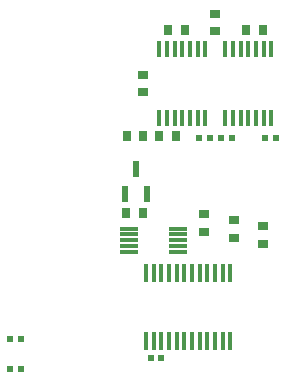
<source format=gtp>
G04*
G04 #@! TF.GenerationSoftware,Altium Limited,CircuitStudio,1.5.2 (30)*
G04*
G04 Layer_Color=7318015*
%FSLAX25Y25*%
%MOIN*%
G70*
G01*
G75*
%ADD10R,0.02165X0.02165*%
%ADD11R,0.03150X0.03543*%
%ADD12R,0.03543X0.02756*%
%ADD13R,0.03543X0.03150*%
%ADD14R,0.02200X0.05200*%
%ADD15R,0.02000X0.05200*%
%ADD16R,0.01400X0.05800*%
%ADD17R,0.05900X0.01200*%
%ADD18R,0.01614X0.06181*%
D10*
X1014016Y742300D02*
D03*
X1010473D02*
D03*
X1036116D02*
D03*
X1032573D02*
D03*
X1017816D02*
D03*
X1021360D02*
D03*
X951043Y665250D02*
D03*
X947500D02*
D03*
X951043Y675250D02*
D03*
X947500D02*
D03*
X997933Y668850D02*
D03*
X994390D02*
D03*
D11*
X986244Y717134D02*
D03*
X991756D02*
D03*
X1002656Y742650D02*
D03*
X997144D02*
D03*
X986344Y742650D02*
D03*
X991856D02*
D03*
X1005672Y778000D02*
D03*
X1000161D02*
D03*
X1026161Y778200D02*
D03*
X1031672D02*
D03*
D12*
X1022000Y714803D02*
D03*
Y708897D02*
D03*
X1031900Y712803D02*
D03*
Y706897D02*
D03*
X1012000Y716803D02*
D03*
Y710897D02*
D03*
D13*
X991900Y757506D02*
D03*
Y763018D02*
D03*
X1015916Y777944D02*
D03*
Y783456D02*
D03*
D14*
X985700Y723350D02*
D03*
X993100D02*
D03*
D15*
X989400Y731950D02*
D03*
D16*
X997216Y771800D02*
D03*
X999816D02*
D03*
X1002316D02*
D03*
X1004916D02*
D03*
X1007516D02*
D03*
X1010016D02*
D03*
X1012616D02*
D03*
Y748800D02*
D03*
X1010016D02*
D03*
X1007516D02*
D03*
X1004916D02*
D03*
X1002316D02*
D03*
X999816D02*
D03*
X997216D02*
D03*
X1019216D02*
D03*
X1021816D02*
D03*
X1024316D02*
D03*
X1026916D02*
D03*
X1029516D02*
D03*
X1032016D02*
D03*
X1034616D02*
D03*
Y771800D02*
D03*
X1032016D02*
D03*
X1029516D02*
D03*
X1026916D02*
D03*
X1024316D02*
D03*
X1021816D02*
D03*
X1019216D02*
D03*
D17*
X1003400Y711934D02*
D03*
Y710034D02*
D03*
Y708034D02*
D03*
Y706034D02*
D03*
Y704134D02*
D03*
X987200D02*
D03*
Y706034D02*
D03*
Y708034D02*
D03*
Y710034D02*
D03*
Y711934D02*
D03*
D18*
X992815Y674551D02*
D03*
X995374D02*
D03*
X997933D02*
D03*
X1000492D02*
D03*
X1003052D02*
D03*
X1005611D02*
D03*
X1008170D02*
D03*
X1010729D02*
D03*
X1013288D02*
D03*
X1015847D02*
D03*
X1018406D02*
D03*
X1020965D02*
D03*
Y697149D02*
D03*
X1018406D02*
D03*
X1015847D02*
D03*
X1013288D02*
D03*
X1010729D02*
D03*
X1008170D02*
D03*
X1005611D02*
D03*
X1003052D02*
D03*
X1000492D02*
D03*
X997933D02*
D03*
X995374D02*
D03*
X992815D02*
D03*
M02*

</source>
